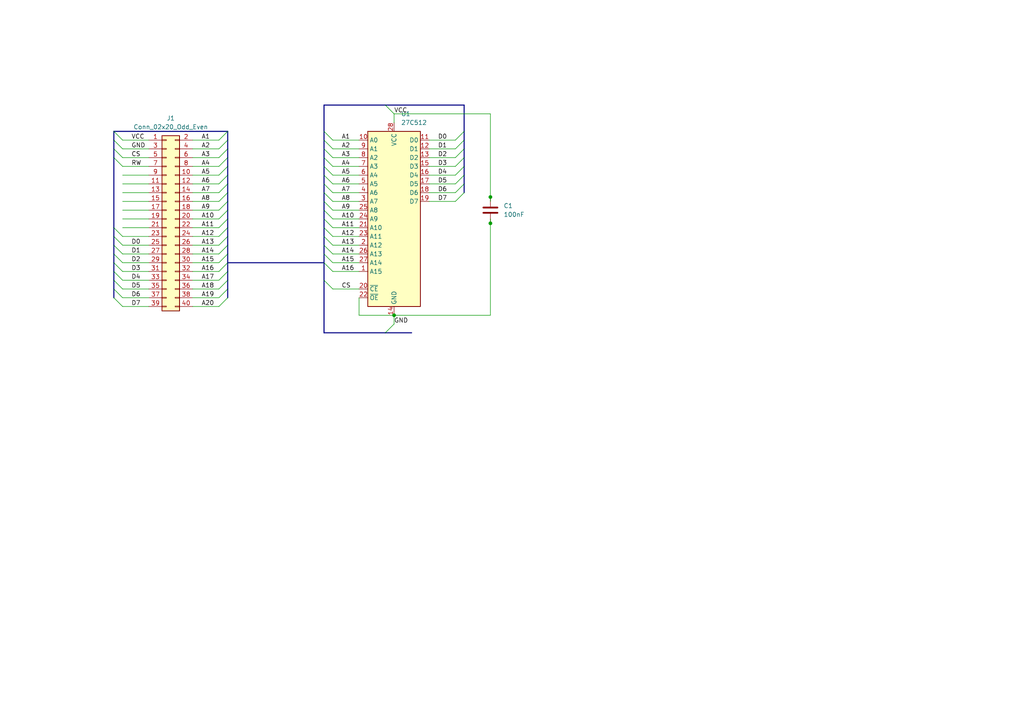
<source format=kicad_sch>
(kicad_sch (version 20211123) (generator eeschema)
  (paper "A4")
  (lib_symbols
    (symbol "Connector_Generic:Conn_02x20_Odd_Even" (pin_names (offset 1.016) hide)
      (property "Reference" "J" (at 1.27 25.4 0))
      (property "Value" "Conn_02x20_Odd_Even" (at 1.27 -27.94 0))
      (symbol "Conn_02x20_Odd_Even_1_1"
        (rectangle (start -1.27 -25.273) (end 0 -25.527) (stroke (width 0.1524)))
        (rectangle (start -1.27 -22.733) (end 0 -22.987) (stroke (width 0.1524)))
        (rectangle (start -1.27 -20.193) (end 0 -20.447) (stroke (width 0.1524)))
        (rectangle (start -1.27 -17.653) (end 0 -17.907) (stroke (width 0.1524)))
        (rectangle (start -1.27 -15.113) (end 0 -15.367) (stroke (width 0.1524)))
        (rectangle (start -1.27 -12.573) (end 0 -12.827) (stroke (width 0.1524)))
        (rectangle (start -1.27 -10.033) (end 0 -10.287) (stroke (width 0.1524)))
        (rectangle (start -1.27 -7.493) (end 0 -7.747) (stroke (width 0.1524)))
        (rectangle (start -1.27 -4.953) (end 0 -5.207) (stroke (width 0.1524)))
        (rectangle (start -1.27 -2.413) (end 0 -2.667) (stroke (width 0.1524)))
        (rectangle (start -1.27 0.127) (end 0 -0.127) (stroke (width 0.1524)))
        (rectangle (start -1.27 2.667) (end 0 2.413) (stroke (width 0.1524)))
        (rectangle (start -1.27 5.207) (end 0 4.953) (stroke (width 0.1524)))
        (rectangle (start -1.27 7.747) (end 0 7.493) (stroke (width 0.1524)))
        (rectangle (start -1.27 10.287) (end 0 10.033) (stroke (width 0.1524)))
        (rectangle (start -1.27 12.827) (end 0 12.573) (stroke (width 0.1524)))
        (rectangle (start -1.27 15.367) (end 0 15.113) (stroke (width 0.1524)))
        (rectangle (start -1.27 17.907) (end 0 17.653) (stroke (width 0.1524)))
        (rectangle (start -1.27 20.447) (end 0 20.193) (stroke (width 0.1524)))
        (rectangle (start -1.27 22.987) (end 0 22.733) (stroke (width 0.1524)))
        (rectangle (start -1.27 24.13) (end 3.81 -26.67) (stroke (width 0.254)) (fill (type background)))
        (rectangle (start 3.81 -25.273) (end 2.54 -25.527) (stroke (width 0.1524)))
        (rectangle (start 3.81 -22.733) (end 2.54 -22.987) (stroke (width 0.1524)))
        (rectangle (start 3.81 -20.193) (end 2.54 -20.447) (stroke (width 0.1524)))
        (rectangle (start 3.81 -17.653) (end 2.54 -17.907) (stroke (width 0.1524)))
        (rectangle (start 3.81 -15.113) (end 2.54 -15.367) (stroke (width 0.1524)))
        (rectangle (start 3.81 -12.573) (end 2.54 -12.827) (stroke (width 0.1524)))
        (rectangle (start 3.81 -10.033) (end 2.54 -10.287) (stroke (width 0.1524)))
        (rectangle (start 3.81 -7.493) (end 2.54 -7.747) (stroke (width 0.1524)))
        (rectangle (start 3.81 -4.953) (end 2.54 -5.207) (stroke (width 0.1524)))
        (rectangle (start 3.81 -2.413) (end 2.54 -2.667) (stroke (width 0.1524)))
        (rectangle (start 3.81 0.127) (end 2.54 -0.127) (stroke (width 0.1524)))
        (rectangle (start 3.81 2.667) (end 2.54 2.413) (stroke (width 0.1524)))
        (rectangle (start 3.81 5.207) (end 2.54 4.953) (stroke (width 0.1524)))
        (rectangle (start 3.81 7.747) (end 2.54 7.493) (stroke (width 0.1524)))
        (rectangle (start 3.81 10.287) (end 2.54 10.033) (stroke (width 0.1524)))
        (rectangle (start 3.81 12.827) (end 2.54 12.573) (stroke (width 0.1524)))
        (rectangle (start 3.81 15.367) (end 2.54 15.113) (stroke (width 0.1524)))
        (rectangle (start 3.81 17.907) (end 2.54 17.653) (stroke (width 0.1524)))
        (rectangle (start 3.81 20.447) (end 2.54 20.193) (stroke (width 0.1524)))
        (rectangle (start 3.81 22.987) (end 2.54 22.733) (stroke (width 0.1524)))
        (pin passive line (at -5.08 22.86 0) (length 3.81) (name "Pin_1") (number "1"))
        (pin passive line (at 7.62 12.7 180) (length 3.81) (name "Pin_10") (number "10"))
        (pin passive line (at -5.08 10.16 0) (length 3.81) (name "Pin_11") (number "11"))
        (pin passive line (at 7.62 10.16 180) (length 3.81) (name "Pin_12") (number "12"))
        (pin passive line (at -5.08 7.62 0) (length 3.81) (name "Pin_13") (number "13"))
        (pin passive line (at 7.62 7.62 180) (length 3.81) (name "Pin_14") (number "14"))
        (pin passive line (at -5.08 5.08 0) (length 3.81) (name "Pin_15") (number "15"))
        (pin passive line (at 7.62 5.08 180) (length 3.81) (name "Pin_16") (number "16"))
        (pin passive line (at -5.08 2.54 0) (length 3.81) (name "Pin_17") (number "17"))
        (pin passive line (at 7.62 2.54 180) (length 3.81) (name "Pin_18") (number "18"))
        (pin passive line (at -5.08 0 0) (length 3.81) (name "Pin_19") (number "19"))
        (pin passive line (at 7.62 22.86 180) (length 3.81) (name "Pin_2") (number "2"))
        (pin passive line (at 7.62 0 180) (length 3.81) (name "Pin_20") (number "20"))
        (pin passive line (at -5.08 -2.54 0) (length 3.81) (name "Pin_21") (number "21"))
        (pin passive line (at 7.62 -2.54 180) (length 3.81) (name "Pin_22") (number "22"))
        (pin passive line (at -5.08 -5.08 0) (length 3.81) (name "Pin_23") (number "23"))
        (pin passive line (at 7.62 -5.08 180) (length 3.81) (name "Pin_24") (number "24"))
        (pin passive line (at -5.08 -7.62 0) (length 3.81) (name "Pin_25") (number "25"))
        (pin passive line (at 7.62 -7.62 180) (length 3.81) (name "Pin_26") (number "26"))
        (pin passive line (at -5.08 -10.16 0) (length 3.81) (name "Pin_27") (number "27"))
        (pin passive line (at 7.62 -10.16 180) (length 3.81) (name "Pin_28") (number "28"))
        (pin passive line (at -5.08 -12.7 0) (length 3.81) (name "Pin_29") (number "29"))
        (pin passive line (at -5.08 20.32 0) (length 3.81) (name "Pin_3") (number "3"))
        (pin passive line (at 7.62 -12.7 180) (length 3.81) (name "Pin_30") (number "30"))
        (pin passive line (at -5.08 -15.24 0) (length 3.81) (name "Pin_31") (number "31"))
        (pin passive line (at 7.62 -15.24 180) (length 3.81) (name "Pin_32") (number "32"))
        (pin passive line (at -5.08 -17.78 0) (length 3.81) (name "Pin_33") (number "33"))
        (pin passive line (at 7.62 -17.78 180) (length 3.81) (name "Pin_34") (number "34"))
        (pin passive line (at -5.08 -20.32 0) (length 3.81) (name "Pin_35") (number "35"))
        (pin passive line (at 7.62 -20.32 180) (length 3.81) (name "Pin_36") (number "36"))
        (pin passive line (at -5.08 -22.86 0) (length 3.81) (name "Pin_37") (number "37"))
        (pin passive line (at 7.62 -22.86 180) (length 3.81) (name "Pin_38") (number "38"))
        (pin passive line (at -5.08 -25.4 0) (length 3.81) (name "Pin_39") (number "39"))
        (pin passive line (at 7.62 20.32 180) (length 3.81) (name "Pin_4") (number "4"))
        (pin passive line (at 7.62 -25.4 180) (length 3.81) (name "Pin_40") (number "40"))
        (pin passive line (at -5.08 17.78 0) (length 3.81) (name "Pin_5") (number "5"))
        (pin passive line (at 7.62 17.78 180) (length 3.81) (name "Pin_6") (number "6"))
        (pin passive line (at -5.08 15.24 0) (length 3.81) (name "Pin_7") (number "7"))
        (pin passive line (at 7.62 15.24 180) (length 3.81) (name "Pin_8") (number "8"))
        (pin passive line (at -5.08 12.7 0) (length 3.81) (name "Pin_9") (number "9"))
      )
    )
    (symbol "Device:C" (pin_numbers hide) (pin_names (offset 0.254))
      (property "Reference" "C" (at 0.635 2.54 0))
      (property "Value" "C" (at 0.635 -2.54 0))
      (symbol "C_0_1"
        (polyline (pts (xy -2.032 -0.762) (xy 2.032 -0.762)) (stroke (width 0.508)))
        (polyline (pts (xy -2.032 0.762) (xy 2.032 0.762)) (stroke (width 0.508)))
      )
      (symbol "C_1_1"
        (pin passive line (at 0 3.81 270) (length 2.794) (name "~") (number "1"))
        (pin passive line (at 0 -3.81 90) (length 2.794) (name "~") (number "2"))
      )
    )
    (symbol "Memory_EPROM:27C512"
      (property "Reference" "U" (at -7.62 26.67 0))
      (property "Value" "27C512" (at 2.54 -26.67 0))
      (symbol "27C512_1_1"
        (rectangle (start -7.62 25.4) (end 7.62 -25.4) (stroke (width 0.254)) (fill (type background)))
        (pin input line (at -10.16 -15.24 0) (length 2.54) (name "A15") (number "1"))
        (pin input line (at -10.16 22.86 0) (length 2.54) (name "A0") (number "10"))
        (pin tri_state line (at 10.16 22.86 180) (length 2.54) (name "D0") (number "11"))
        (pin tri_state line (at 10.16 20.32 180) (length 2.54) (name "D1") (number "12"))
        (pin tri_state line (at 10.16 17.78 180) (length 2.54) (name "D2") (number "13"))
        (pin power_in line (at 0 -27.94 90) (length 2.54) (name "GND") (number "14"))
        (pin tri_state line (at 10.16 15.24 180) (length 2.54) (name "D3") (number "15"))
        (pin tri_state line (at 10.16 12.7 180) (length 2.54) (name "D4") (number "16"))
        (pin tri_state line (at 10.16 10.16 180) (length 2.54) (name "D5") (number "17"))
        (pin tri_state line (at 10.16 7.62 180) (length 2.54) (name "D6") (number "18"))
        (pin tri_state line (at 10.16 5.08 180) (length 2.54) (name "D7") (number "19"))
        (pin input line (at -10.16 -7.62 0) (length 2.54) (name "A12") (number "2"))
        (pin input line (at -10.16 -20.32 0) (length 2.54) (name "~{CE}") (number "20"))
        (pin input line (at -10.16 -2.54 0) (length 2.54) (name "A10") (number "21"))
        (pin input line (at -10.16 -22.86 0) (length 2.54) (name "~{OE}") (number "22"))
        (pin input line (at -10.16 -5.08 0) (length 2.54) (name "A11") (number "23"))
        (pin input line (at -10.16 0 0) (length 2.54) (name "A9") (number "24"))
        (pin input line (at -10.16 2.54 0) (length 2.54) (name "A8") (number "25"))
        (pin input line (at -10.16 -10.16 0) (length 2.54) (name "A13") (number "26"))
        (pin input line (at -10.16 -12.7 0) (length 2.54) (name "A14") (number "27"))
        (pin power_in line (at 0 27.94 270) (length 2.54) (name "VCC") (number "28"))
        (pin input line (at -10.16 5.08 0) (length 2.54) (name "A7") (number "3"))
        (pin input line (at -10.16 7.62 0) (length 2.54) (name "A6") (number "4"))
        (pin input line (at -10.16 10.16 0) (length 2.54) (name "A5") (number "5"))
        (pin input line (at -10.16 12.7 0) (length 2.54) (name "A4") (number "6"))
        (pin input line (at -10.16 15.24 0) (length 2.54) (name "A3") (number "7"))
        (pin input line (at -10.16 17.78 0) (length 2.54) (name "A2") (number "8"))
        (pin input line (at -10.16 20.32 0) (length 2.54) (name "A1") (number "9"))
      )
    )
  )
  (junction (at 114.3 91.44))
  (junction (at 142.24 57.15))
  (junction (at 142.24 64.77))
  (bus_entry (at 93.98 53.34) (size 2.54 2.54))
  (bus_entry (at 33.02 76.2) (size 2.54 2.54))
  (bus_entry (at 63.5 68.58) (size 2.54 -2.54))
  (bus_entry (at 93.98 76.2) (size 2.54 2.54))
  (bus_entry (at 93.98 48.26) (size 2.54 2.54))
  (bus_entry (at 93.98 68.58) (size 2.54 2.54))
  (bus_entry (at 93.98 66.04) (size 2.54 2.54))
  (bus_entry (at 33.02 68.58) (size 2.54 2.54))
  (bus_entry (at 63.5 83.82) (size 2.54 -2.54))
  (bus_entry (at 93.98 43.18) (size 2.54 2.54))
  (bus_entry (at 111.76 30.48) (size 2.54 2.54))
  (bus_entry (at 63.5 81.28) (size 2.54 -2.54))
  (bus_entry (at 63.5 63.5) (size 2.54 -2.54))
  (bus_entry (at 63.5 50.8) (size 2.54 -2.54))
  (bus_entry (at 63.5 58.42) (size 2.54 -2.54))
  (bus_entry (at 63.5 76.2) (size 2.54 -2.54))
  (bus_entry (at 93.98 50.8) (size 2.54 2.54))
  (bus_entry (at 93.98 40.64) (size 2.54 2.54))
  (bus_entry (at 63.5 78.74) (size 2.54 -2.54))
  (bus_entry (at 63.5 88.9) (size 2.54 -2.54))
  (bus_entry (at 33.02 38.1) (size 2.54 2.54))
  (bus_entry (at 33.02 40.64) (size 2.54 2.54))
  (bus_entry (at 33.02 66.04) (size 2.54 2.54))
  (bus_entry (at 33.02 43.18) (size 2.54 2.54))
  (bus_entry (at 33.02 45.72) (size 2.54 2.54))
  (bus_entry (at 93.98 71.12) (size 2.54 2.54))
  (bus_entry (at 132.08 48.26) (size 2.54 -2.54))
  (bus_entry (at 93.98 81.28) (size 2.54 2.54))
  (bus_entry (at 114.3 93.98) (size -2.54 2.54))
  (bus_entry (at 132.08 50.8) (size 2.54 -2.54))
  (bus_entry (at 93.98 63.5) (size 2.54 2.54))
  (bus_entry (at 33.02 81.28) (size 2.54 2.54))
  (bus_entry (at 63.5 48.26) (size 2.54 -2.54))
  (bus_entry (at 132.08 43.18) (size 2.54 -2.54))
  (bus_entry (at 63.5 55.88) (size 2.54 -2.54))
  (bus_entry (at 33.02 78.74) (size 2.54 2.54))
  (bus_entry (at 63.5 73.66) (size 2.54 -2.54))
  (bus_entry (at 63.5 45.72) (size 2.54 -2.54))
  (bus_entry (at 132.08 40.64) (size 2.54 -2.54))
  (bus_entry (at 93.98 55.88) (size 2.54 2.54))
  (bus_entry (at 93.98 58.42) (size 2.54 2.54))
  (bus_entry (at 93.98 60.96) (size 2.54 2.54))
  (bus_entry (at 63.5 71.12) (size 2.54 -2.54))
  (bus_entry (at 132.08 45.72) (size 2.54 -2.54))
  (bus_entry (at 63.5 53.34) (size 2.54 -2.54))
  (bus_entry (at 132.08 55.88) (size 2.54 -2.54))
  (bus_entry (at 63.5 66.04) (size 2.54 -2.54))
  (bus_entry (at 33.02 83.82) (size 2.54 2.54))
  (bus_entry (at 33.02 86.36) (size 2.54 2.54))
  (bus_entry (at 93.98 38.1) (size 2.54 2.54))
  (bus_entry (at 93.98 73.66) (size 2.54 2.54))
  (bus_entry (at 132.08 53.34) (size 2.54 -2.54))
  (bus_entry (at 63.5 43.18) (size 2.54 -2.54))
  (bus_entry (at 63.5 40.64) (size 2.54 -2.54))
  (bus_entry (at 33.02 73.66) (size 2.54 2.54))
  (bus_entry (at 33.02 71.12) (size 2.54 2.54))
  (bus_entry (at 132.08 58.42) (size 2.54 -2.54))
  (bus_entry (at 63.5 86.36) (size 2.54 -2.54))
  (bus_entry (at 93.98 45.72) (size 2.54 2.54))
  (bus_entry (at 63.5 60.96) (size 2.54 -2.54))
  (wire (pts (xy 55.88 48.26) (xy 63.5 48.26)))
  (bus (pts (xy 66.04 73.66) (xy 66.04 76.2)))
  (wire (pts (xy 96.52 63.5) (xy 104.14 63.5)))
  (wire (pts (xy 35.56 63.5) (xy 43.18 63.5)))
  (bus (pts (xy 66.04 63.5) (xy 66.04 66.04)))
  (bus (pts (xy 33.02 71.12) (xy 33.02 73.66)))
  (wire (pts (xy 35.56 68.58) (xy 43.18 68.58)))
  (wire (pts (xy 35.56 78.74) (xy 43.18 78.74)))
  (bus (pts (xy 33.02 40.64) (xy 33.02 43.18)))
  (bus (pts (xy 66.04 40.64) (xy 66.04 43.18)))
  (wire (pts (xy 55.88 43.18) (xy 63.5 43.18)))
  (wire (pts (xy 35.56 76.2) (xy 43.18 76.2)))
  (wire (pts (xy 35.56 86.36) (xy 43.18 86.36)))
  (wire (pts (xy 104.14 91.44) (xy 114.3 91.44)))
  (bus (pts (xy 66.04 76.2) (xy 66.04 78.74)))
  (wire (pts (xy 96.52 78.74) (xy 104.14 78.74)))
  (bus (pts (xy 66.04 53.34) (xy 66.04 55.88)))
  (bus (pts (xy 93.98 76.2) (xy 93.98 81.28)))
  (bus (pts (xy 33.02 81.28) (xy 33.02 83.82)))
  (bus (pts (xy 93.98 63.5) (xy 93.98 66.04)))
  (bus (pts (xy 33.02 83.82) (xy 33.02 86.36)))
  (bus (pts (xy 33.02 78.74) (xy 33.02 81.28)))
  (wire (pts (xy 35.56 45.72) (xy 43.18 45.72)))
  (wire (pts (xy 55.88 78.74) (xy 63.5 78.74)))
  (bus (pts (xy 33.02 38.1) (xy 33.02 40.64)))
  (wire (pts (xy 35.56 55.88) (xy 43.18 55.88)))
  (bus (pts (xy 134.62 43.18) (xy 134.62 40.64)))
  (bus (pts (xy 66.04 78.74) (xy 66.04 81.28)))
  (wire (pts (xy 55.88 40.64) (xy 63.5 40.64)))
  (bus (pts (xy 134.62 50.8) (xy 134.62 48.26)))
  (wire (pts (xy 35.56 53.34) (xy 43.18 53.34)))
  (wire (pts (xy 35.56 43.18) (xy 43.18 43.18)))
  (bus (pts (xy 111.76 30.48) (xy 93.98 30.48)))
  (bus (pts (xy 93.98 73.66) (xy 93.98 76.2)))
  (wire (pts (xy 142.24 63.5) (xy 142.24 64.77)))
  (wire (pts (xy 55.88 88.9) (xy 63.5 88.9)))
  (bus (pts (xy 66.04 48.26) (xy 66.04 50.8)))
  (bus (pts (xy 93.98 48.26) (xy 93.98 50.8)))
  (bus (pts (xy 93.98 58.42) (xy 93.98 60.96)))
  (bus (pts (xy 66.04 58.42) (xy 66.04 60.96)))
  (wire (pts (xy 55.88 63.5) (xy 63.5 63.5)))
  (bus (pts (xy 93.98 66.04) (xy 93.98 68.58)))
  (wire (pts (xy 96.52 58.42) (xy 104.14 58.42)))
  (bus (pts (xy 93.98 43.18) (xy 93.98 45.72)))
  (wire (pts (xy 124.46 45.72) (xy 132.08 45.72)))
  (wire (pts (xy 114.3 91.44) (xy 114.3 93.98)))
  (bus (pts (xy 93.98 68.58) (xy 93.98 71.12)))
  (wire (pts (xy 96.52 60.96) (xy 104.14 60.96)))
  (wire (pts (xy 124.46 43.18) (xy 132.08 43.18)))
  (wire (pts (xy 55.88 68.58) (xy 63.5 68.58)))
  (wire (pts (xy 142.24 64.77) (xy 142.24 91.44)))
  (wire (pts (xy 96.52 45.72) (xy 104.14 45.72)))
  (wire (pts (xy 104.14 86.36) (xy 104.14 91.44)))
  (bus (pts (xy 93.98 81.28) (xy 93.98 96.52)))
  (wire (pts (xy 55.88 66.04) (xy 63.5 66.04)))
  (bus (pts (xy 66.04 71.12) (xy 66.04 73.66)))
  (bus (pts (xy 33.02 76.2) (xy 33.02 78.74)))
  (wire (pts (xy 55.88 60.96) (xy 63.5 60.96)))
  (bus (pts (xy 66.04 43.18) (xy 66.04 45.72)))
  (bus (pts (xy 66.04 68.58) (xy 66.04 71.12)))
  (wire (pts (xy 124.46 48.26) (xy 132.08 48.26)))
  (bus (pts (xy 33.02 45.72) (xy 33.02 66.04)))
  (bus (pts (xy 66.04 55.88) (xy 66.04 58.42)))
  (wire (pts (xy 35.56 73.66) (xy 43.18 73.66)))
  (wire (pts (xy 55.88 53.34) (xy 63.5 53.34)))
  (wire (pts (xy 55.88 71.12) (xy 63.5 71.12)))
  (bus (pts (xy 93.98 30.48) (xy 93.98 38.1)))
  (wire (pts (xy 96.52 40.64) (xy 104.14 40.64)))
  (wire (pts (xy 55.88 50.8) (xy 63.5 50.8)))
  (bus (pts (xy 66.04 38.1) (xy 66.04 40.64)))
  (wire (pts (xy 142.24 33.02) (xy 114.3 33.02)))
  (bus (pts (xy 66.04 45.72) (xy 66.04 48.26)))
  (wire (pts (xy 96.52 68.58) (xy 104.14 68.58)))
  (wire (pts (xy 35.56 48.26) (xy 43.18 48.26)))
  (bus (pts (xy 134.62 40.64) (xy 134.62 38.1)))
  (wire (pts (xy 96.52 66.04) (xy 104.14 66.04)))
  (wire (pts (xy 55.88 58.42) (xy 63.5 58.42)))
  (bus (pts (xy 33.02 43.18) (xy 33.02 45.72)))
  (bus (pts (xy 93.98 60.96) (xy 93.98 63.5)))
  (wire (pts (xy 96.52 53.34) (xy 104.14 53.34)))
  (bus (pts (xy 93.98 71.12) (xy 93.98 73.66)))
  (wire (pts (xy 96.52 48.26) (xy 104.14 48.26)))
  (wire (pts (xy 55.88 45.72) (xy 63.5 45.72)))
  (wire (pts (xy 114.3 91.44) (xy 142.24 91.44)))
  (wire (pts (xy 55.88 83.82) (xy 63.5 83.82)))
  (bus (pts (xy 93.98 55.88) (xy 93.98 58.42)))
  (wire (pts (xy 35.56 66.04) (xy 43.18 66.04)))
  (wire (pts (xy 55.88 81.28) (xy 63.5 81.28)))
  (wire (pts (xy 96.52 76.2) (xy 104.14 76.2)))
  (bus (pts (xy 33.02 68.58) (xy 33.02 71.12)))
  (bus (pts (xy 111.76 96.52) (xy 119.38 96.52)))
  (wire (pts (xy 96.52 73.66) (xy 104.14 73.66)))
  (bus (pts (xy 93.98 38.1) (xy 93.98 40.64)))
  (bus (pts (xy 93.98 50.8) (xy 93.98 53.34)))
  (wire (pts (xy 142.24 58.42) (xy 142.24 57.15)))
  (wire (pts (xy 96.52 43.18) (xy 104.14 43.18)))
  (wire (pts (xy 96.52 50.8) (xy 104.14 50.8)))
  (wire (pts (xy 35.56 58.42) (xy 43.18 58.42)))
  (wire (pts (xy 96.52 55.88) (xy 104.14 55.88)))
  (wire (pts (xy 35.56 50.8) (xy 43.18 50.8)))
  (wire (pts (xy 35.56 71.12) (xy 43.18 71.12)))
  (bus (pts (xy 93.98 40.64) (xy 93.98 43.18)))
  (bus (pts (xy 93.98 53.34) (xy 93.98 55.88)))
  (bus (pts (xy 134.62 38.1) (xy 134.62 30.48)))
  (wire (pts (xy 114.3 33.02) (xy 114.3 35.56)))
  (wire (pts (xy 96.52 83.82) (xy 104.14 83.82)))
  (bus (pts (xy 66.04 83.82) (xy 66.04 86.36)))
  (wire (pts (xy 96.52 71.12) (xy 104.14 71.12)))
  (bus (pts (xy 33.02 38.1) (xy 66.04 38.1)))
  (bus (pts (xy 33.02 73.66) (xy 33.02 76.2)))
  (bus (pts (xy 93.98 76.2) (xy 66.04 76.2)))
  (bus (pts (xy 93.98 96.52) (xy 111.76 96.52)))
  (wire (pts (xy 124.46 58.42) (xy 132.08 58.42)))
  (wire (pts (xy 142.24 57.15) (xy 142.24 33.02)))
  (bus (pts (xy 134.62 48.26) (xy 134.62 45.72)))
  (bus (pts (xy 66.04 81.28) (xy 66.04 83.82)))
  (bus (pts (xy 134.62 55.88) (xy 134.62 53.34)))
  (bus (pts (xy 66.04 50.8) (xy 66.04 53.34)))
  (bus (pts (xy 134.62 30.48) (xy 111.76 30.48)))
  (wire (pts (xy 35.56 88.9) (xy 43.18 88.9)))
  (wire (pts (xy 35.56 60.96) (xy 43.18 60.96)))
  (wire (pts (xy 55.88 76.2) (xy 63.5 76.2)))
  (wire (pts (xy 35.56 83.82) (xy 43.18 83.82)))
  (bus (pts (xy 66.04 66.04) (xy 66.04 68.58)))
  (wire (pts (xy 35.56 40.64) (xy 43.18 40.64)))
  (wire (pts (xy 55.88 55.88) (xy 63.5 55.88)))
  (bus (pts (xy 33.02 66.04) (xy 33.02 68.58)))
  (wire (pts (xy 55.88 73.66) (xy 63.5 73.66)))
  (wire (pts (xy 124.46 55.88) (xy 132.08 55.88)))
  (bus (pts (xy 93.98 45.72) (xy 93.98 48.26)))
  (wire (pts (xy 55.88 86.36) (xy 63.5 86.36)))
  (wire (pts (xy 124.46 53.34) (xy 132.08 53.34)))
  (bus (pts (xy 134.62 45.72) (xy 134.62 43.18)))
  (bus (pts (xy 134.62 53.34) (xy 134.62 50.8)))
  (bus (pts (xy 66.04 60.96) (xy 66.04 63.5)))
  (wire (pts (xy 124.46 50.8) (xy 132.08 50.8)))
  (wire (pts (xy 35.56 81.28) (xy 43.18 81.28)))
  (wire (pts (xy 124.46 40.64) (xy 132.08 40.64)))
  (label "A13" (at 58.42 71.12 0))
  (label "D3" (at 38.1 78.74 0))
  (label "CS" (at 99.06 83.82 0))
  (label "GND" (at 38.1 43.18 0))
  (label "D0" (at 38.1 71.12 0))
  (label "A3" (at 58.42 45.72 0))
  (label "A4" (at 99.06 48.26 0))
  (label "A1" (at 99.06 40.64 0))
  (label "A4" (at 58.42 48.26 0))
  (label "A10" (at 99.06 63.5 0))
  (label "A6" (at 58.42 53.34 0))
  (label "A7" (at 58.42 55.88 0))
  (label "A2" (at 58.42 43.18 0))
  (label "A19" (at 58.42 86.36 0))
  (label "A17" (at 58.42 81.28 0))
  (label "A15" (at 58.42 76.2 0))
  (label "A12" (at 99.06 68.58 0))
  (label "D0" (at 127 40.64 0))
  (label "GND" (at 114.3 93.98 0))
  (label "D7" (at 38.1 88.9 0))
  (label "D6" (at 127 55.88 0))
  (label "D4" (at 127 50.8 0))
  (label "D1" (at 127 43.18 0))
  (label "A2" (at 99.06 43.18 0))
  (label "A7" (at 99.06 55.88 0))
  (label "A16" (at 58.42 78.74 0))
  (label "A6" (at 99.06 53.34 0))
  (label "VCC" (at 114.3 33.02 0))
  (label "A5" (at 58.42 50.8 0))
  (label "A3" (at 99.06 45.72 0))
  (label "A9" (at 99.06 60.96 0))
  (label "CS" (at 38.1 45.72 0))
  (label "A14" (at 58.42 73.66 0))
  (label "A11" (at 58.42 66.04 0))
  (label "A8" (at 58.42 58.42 0))
  (label "VCC" (at 38.1 40.64 0))
  (label "D1" (at 38.1 73.66 0))
  (label "A18" (at 58.42 83.82 0))
  (label "A1" (at 58.42 40.64 0))
  (label "RW" (at 38.1 48.26 0))
  (label "A14" (at 99.06 73.66 0))
  (label "A10" (at 58.42 63.5 0))
  (label "D4" (at 38.1 81.28 0))
  (label "D3" (at 127 48.26 0))
  (label "A5" (at 99.06 50.8 0))
  (label "A8" (at 99.06 58.42 0))
  (label "A11" (at 99.06 66.04 0))
  (label "A12" (at 58.42 68.58 0))
  (label "D6" (at 38.1 86.36 0))
  (label "A13" (at 99.06 71.12 0))
  (label "A16" (at 99.06 78.74 0))
  (label "D2" (at 127 45.72 0))
  (label "A20" (at 58.42 88.9 0))
  (label "D2" (at 38.1 76.2 0))
  (label "A15" (at 99.06 76.2 0))
  (label "D5" (at 127 53.34 0))
  (label "D5" (at 38.1 83.82 0))
  (label "A9" (at 58.42 60.96 0))
  (label "D7" (at 127 58.42 0))
  (symbol (lib_id "Memory_EPROM:27C512") (at 114.3 63.5 0) (unit 1)
    (property "Reference" "U1" (at 116.3194 33.02 0) (effects (justify left)))
    (property "Value" "27C512" (at 116.3194 35.56 0) (effects (justify left)))
    (property "Footprint" "Package_DIP:DIP-28_W15.24mm" (effects hide))
    (property "Datasheet" "http://ww1.microchip.com/downloads/en/DeviceDoc/doc0015.pdf" (effects hide))
  )
  (symbol (lib_id "Device:C") (at 142.24 60.96 0) (unit 1)
    (property "Reference" "C1" (at 146.05 59.6899 0) (effects (justify left)))
    (property "Value" "100nF" (at 146.05 62.2299 0) (effects (justify left)))
    (property "Footprint" "Capacitor_THT:CP_Radial_Tantal_D5.0mm_P2.50mm" (effects hide))
  )
  (symbol (lib_id "Connector_Generic:Conn_02x20_Odd_Even") (at 48.26 63.5 0) (unit 1)
    (property "Reference" "J1" (at 49.53 34.29 0))
    (property "Value" "Conn_02x20_Odd_Even" (at 49.53 36.83 0))
    (property "Footprint" "Connector_PinSocket_2.54mm:PinSocket_2x20_P2.54mm_Vertical" (effects hide))
  )
)
</source>
